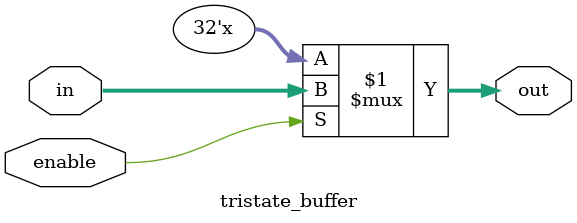
<source format=v>
module tristate_buffer(in, enable, out);

input [31:0] in;

input enable;

output [31:0] out;

assign out = enable? in : 32'bz;

endmodule
</source>
